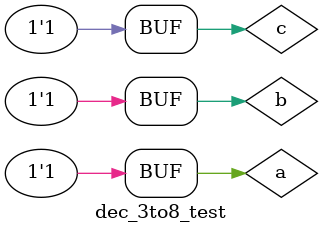
<source format=v>
`timescale 1ns / 1ps


module dec_3to8_test();
    reg     a, b, c;
    wire    o0, o1, o2, o3, o4, o5, o6, o7;
    
    dec_3to8 uut (.s0(a), .s1(b), .s2(c), .o0(o0), .o1(o1), .o2(o2), .o3(o3), .o4(o4), .o5(o5), .o6(o6), .o7(o7));

    initial begin
        a=0;    b=0;    c=0;    #125;
        a=0;    b=0;    c=1;    #125;
        a=0;    b=1;    c=0;    #125;
        a=0;    b=1;    c=1;    #125;
        a=1;    b=0;    c=0;    #125;
        a=1;    b=0;    c=1;    #125;
        a=1;    b=1;    c=0;    #125;
        a=1;    b=1;    c=1;    #125;
    end
endmodule

</source>
